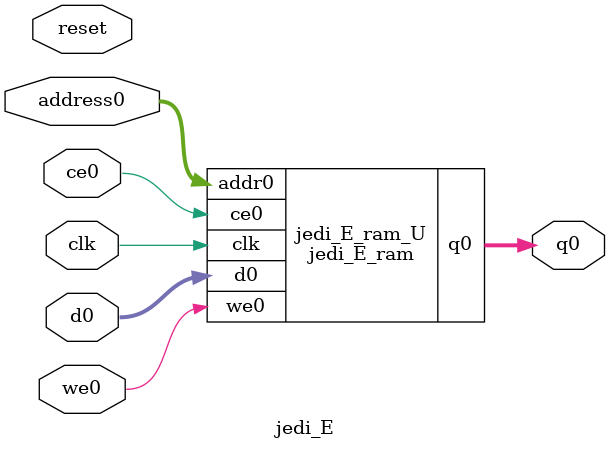
<source format=v>
`timescale 1 ns / 1 ps
module jedi_E_ram (addr0, ce0, d0, we0, q0,  clk);

parameter DWIDTH = 32;
parameter AWIDTH = 18;
parameter MEM_SIZE = 223500;

input[AWIDTH-1:0] addr0;
input ce0;
input[DWIDTH-1:0] d0;
input we0;
output reg[DWIDTH-1:0] q0;
input clk;

(* ram_style = "block" *)reg [DWIDTH-1:0] ram[0:MEM_SIZE-1];




always @(posedge clk)  
begin 
    if (ce0) begin
        if (we0) 
            ram[addr0] <= d0; 
        q0 <= ram[addr0];
    end
end


endmodule

`timescale 1 ns / 1 ps
module jedi_E(
    reset,
    clk,
    address0,
    ce0,
    we0,
    d0,
    q0);

parameter DataWidth = 32'd32;
parameter AddressRange = 32'd223500;
parameter AddressWidth = 32'd18;
input reset;
input clk;
input[AddressWidth - 1:0] address0;
input ce0;
input we0;
input[DataWidth - 1:0] d0;
output[DataWidth - 1:0] q0;



jedi_E_ram jedi_E_ram_U(
    .clk( clk ),
    .addr0( address0 ),
    .ce0( ce0 ),
    .we0( we0 ),
    .d0( d0 ),
    .q0( q0 ));

endmodule


</source>
